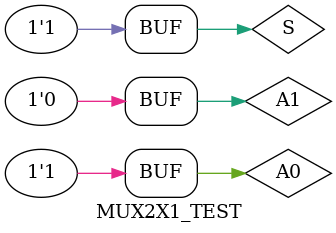
<source format=v>
`timescale 1ns / 1ps


module MUX2X1(A0,A1,S,Y);
    input A0,A1,S;
    output Y;
    not i0(S_n,S);
    nand i1(A0_S,A0,S_n);
    nand i2(A1_S,A1,S);
    nand i3(Y,A0_S,A1_S);
endmodule

module MUX2X1_TEST;
    reg A0, A1, S;
    wire Y;
    MUX2X1 MUX2X1_test(.A0(A0),.A1(A1),.S(S),.Y(Y));
        initial begin
            A0 = 1;
            A1 = 0;
            S = 0;
            #20;
            S = 1;
        end
endmodule
</source>
